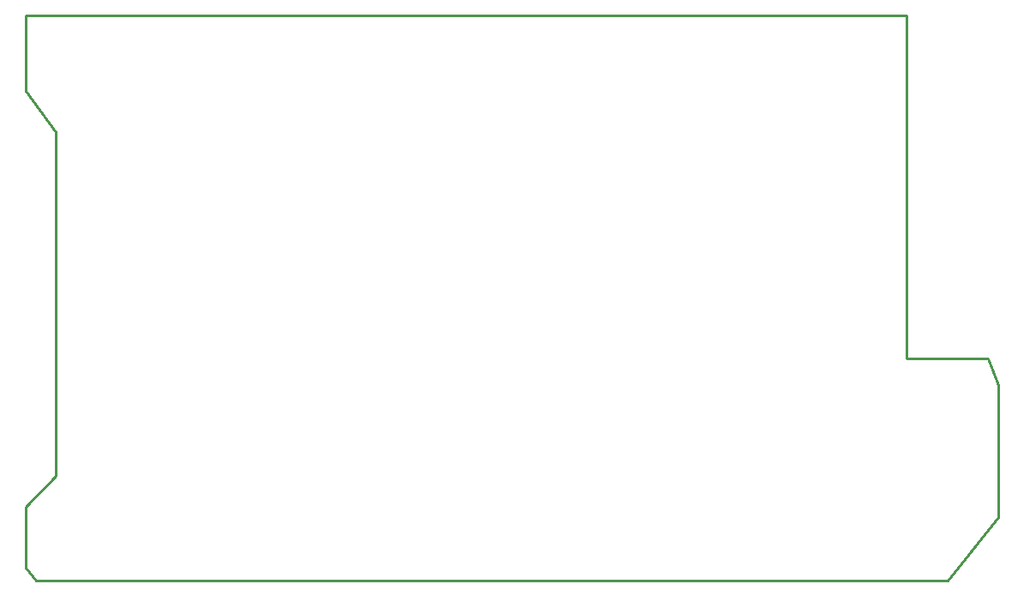
<source format=gbr>
G04 EAGLE Gerber RS-274X export*
G75*
%MOMM*%
%FSLAX34Y34*%
%LPD*%
%IN*%
%IPPOS*%
%AMOC8*
5,1,8,0,0,1.08239X$1,22.5*%
G01*
%ADD10C,0.254000*%


D10*
X160000Y10000D02*
X170000Y-3000D01*
X1070000Y-3000D01*
X1120000Y60000D01*
X1120000Y190000D01*
X1110000Y216000D01*
X1030000Y216000D01*
X1030000Y555000D01*
X160000Y555000D01*
X160000Y480000D01*
X190000Y440000D01*
X190000Y100000D01*
X160000Y70000D01*
X160000Y10000D01*
M02*

</source>
